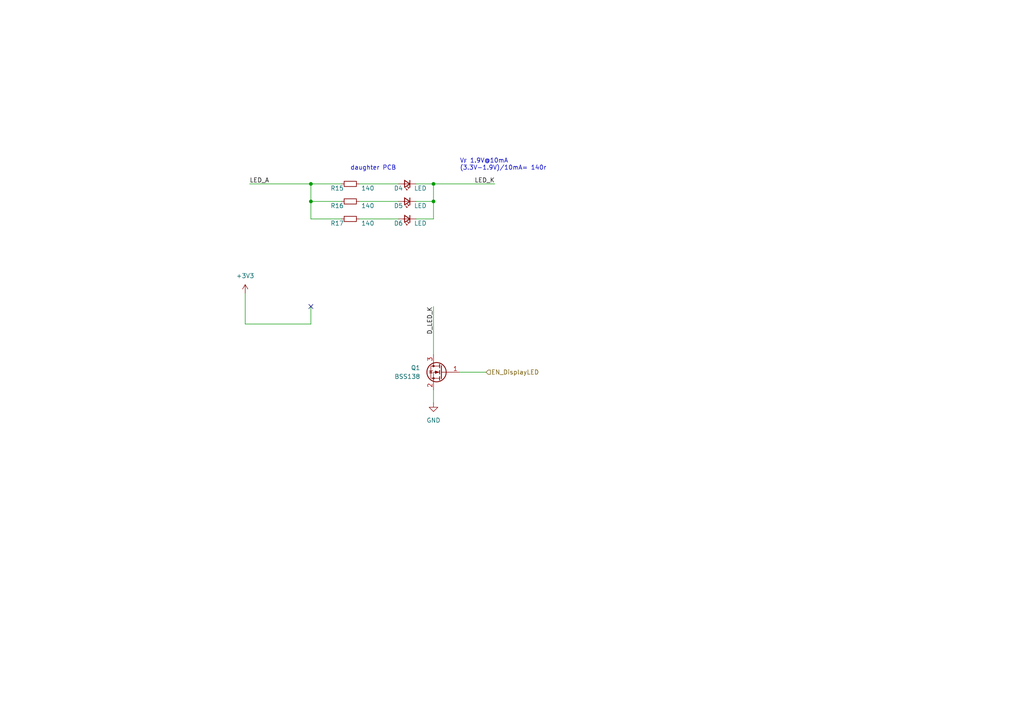
<source format=kicad_sch>
(kicad_sch (version 20230121) (generator eeschema)
  (paper "A4")
  (lib_symbols
    (symbol "Device:LED_Small" (pin_numbers hide) (pin_names (offset 0.254) hide)
      (property "Reference" "D" (at -1.27 3.175 0))
      (property "Value" "LED_Small" (at -4.445 -2.54 0))
      (symbol "LED_Small_0_1"
        (polyline (pts (xy -0.762 -1.016) (xy -0.762 1.016)) (stroke (width 0.254)))
        (polyline (pts (xy 1.016 0) (xy -0.762 0)))
        (polyline (pts (xy 0.762 -1.016) (xy -0.762 0) (xy 0.762 1.016) (xy 0.762 -1.016)) (stroke (width 0.254)))
        (polyline (pts (xy 0 0.762) (xy -0.508 1.27) (xy -0.254 1.27) (xy -0.508 1.27) (xy -0.508 1.016)))
        (polyline (pts (xy 0.508 1.27) (xy 0 1.778) (xy 0.254 1.778) (xy 0 1.778) (xy 0 1.524)))
      )
      (symbol "LED_Small_1_1"
        (pin passive line (at -2.54 0 0) (length 1.778) (name "K") (number "1"))
        (pin passive line (at 2.54 0 180) (length 1.778) (name "A") (number "2"))
      )
    )
    (symbol "Device:R_Small" (pin_numbers hide) (pin_names (offset 0.254) hide)
      (property "Reference" "R" (at 0.762 0.508 0))
      (property "Value" "R_Small" (at 0.762 -1.016 0))
      (symbol "R_Small_0_1"
        (rectangle (start -0.762 1.778) (end 0.762 -1.778) (stroke (width 0.2032)))
      )
      (symbol "R_Small_1_1"
        (pin passive line (at 0 2.54 270) (length 0.762) (name "~") (number "1"))
        (pin passive line (at 0 -2.54 90) (length 0.762) (name "~") (number "2"))
      )
    )
    (symbol "Transistor_FET:BSS138" (pin_names hide)
      (property "Reference" "Q" (at 5.08 1.905 0))
      (property "Value" "BSS138" (at 5.08 0 0))
      (symbol "BSS138_0_1"
        (polyline (pts (xy 0.254 0) (xy -2.54 0)))
        (polyline (pts (xy 0.254 1.905) (xy 0.254 -1.905)) (stroke (width 0.254)))
        (polyline (pts (xy 0.762 -1.27) (xy 0.762 -2.286)) (stroke (width 0.254)))
        (polyline (pts (xy 0.762 0.508) (xy 0.762 -0.508)) (stroke (width 0.254)))
        (polyline (pts (xy 0.762 2.286) (xy 0.762 1.27)) (stroke (width 0.254)))
        (polyline (pts (xy 2.54 2.54) (xy 2.54 1.778)))
        (polyline (pts (xy 2.54 -2.54) (xy 2.54 0) (xy 0.762 0)))
        (polyline (pts (xy 0.762 -1.778) (xy 3.302 -1.778) (xy 3.302 1.778) (xy 0.762 1.778)))
        (polyline (pts (xy 1.016 0) (xy 2.032 0.381) (xy 2.032 -0.381) (xy 1.016 0)) (fill (type outline)))
        (polyline (pts (xy 2.794 0.508) (xy 2.921 0.381) (xy 3.683 0.381) (xy 3.81 0.254)))
        (polyline (pts (xy 3.302 0.381) (xy 2.921 -0.254) (xy 3.683 -0.254) (xy 3.302 0.381)))
        (circle (center 1.651 0) (radius 2.794) (stroke (width 0.254)))
        (circle (center 2.54 -1.778) (radius 0.254) (fill (type outline)))
        (circle (center 2.54 1.778) (radius 0.254) (fill (type outline)))
      )
      (symbol "BSS138_1_1"
        (pin input line (at -5.08 0 0) (length 2.54) (name "G") (number "1"))
        (pin passive line (at 2.54 -5.08 90) (length 2.54) (name "S") (number "2"))
        (pin passive line (at 2.54 5.08 270) (length 2.54) (name "D") (number "3"))
      )
    )
    (symbol "power:+3V3" (power) (pin_names (offset 0))
      (property "Value" "+3V3" (at 0 3.556 0))
      (symbol "+3V3_0_1"
        (polyline (pts (xy -0.762 1.27) (xy 0 2.54)))
        (polyline (pts (xy 0 0) (xy 0 2.54)))
        (polyline (pts (xy 0 2.54) (xy 0.762 1.27)))
      )
      (symbol "+3V3_1_1"
        (pin power_in line (at 0 0 90) (length 0) hide (name "+3V3") (number "1"))
      )
    )
    (symbol "power:GND" (power) (pin_names (offset 0))
      (property "Value" "GND" (at 0 -3.81 0))
      (symbol "GND_0_1"
        (polyline (pts (xy 0 0) (xy 0 -1.27) (xy 1.27 -1.27) (xy 0 -2.54) (xy -1.27 -1.27) (xy 0 -1.27)))
      )
      (symbol "GND_1_1"
        (pin power_in line (at 0 0 270) (length 0) hide (name "GND") (number "1"))
      )
    )
  )
  (junction (at 90.17 53.34))
  (junction (at 125.73 58.42))
  (junction (at 90.17 58.42))
  (junction (at 125.73 53.34))
  (no_connect (at 90.17 88.9))
  (wire (pts (xy 125.73 63.5) (xy 125.73 58.42)))
  (wire (pts (xy 71.12 93.98) (xy 90.17 93.98)))
  (wire (pts (xy 90.17 58.42) (xy 99.06 58.42)))
  (wire (pts (xy 120.65 63.5) (xy 125.73 63.5)))
  (wire (pts (xy 104.14 53.34) (xy 115.57 53.34)))
  (wire (pts (xy 72.39 53.34) (xy 90.17 53.34)))
  (wire (pts (xy 90.17 53.34) (xy 90.17 58.42)))
  (wire (pts (xy 104.14 63.5) (xy 115.57 63.5)))
  (wire (pts (xy 90.17 93.98) (xy 90.17 88.9)))
  (wire (pts (xy 90.17 58.42) (xy 90.17 63.5)))
  (wire (pts (xy 99.06 53.34) (xy 90.17 53.34)))
  (wire (pts (xy 90.17 63.5) (xy 99.06 63.5)))
  (wire (pts (xy 104.14 58.42) (xy 115.57 58.42)))
  (wire (pts (xy 125.73 53.34) (xy 143.51 53.34)))
  (wire (pts (xy 125.73 58.42) (xy 125.73 53.34)))
  (wire (pts (xy 125.73 113.03) (xy 125.73 116.84)))
  (wire (pts (xy 71.12 85.09) (xy 71.12 93.98)))
  (wire (pts (xy 125.73 88.9) (xy 125.73 102.87)))
  (wire (pts (xy 120.65 58.42) (xy 125.73 58.42)))
  (wire (pts (xy 120.65 53.34) (xy 125.73 53.34)))
  (wire (pts (xy 133.35 107.95) (xy 140.97 107.95)))
  (text "V_{F} 1.9V@10mA\n(3.3V-1.9V)/10mA= 140r" (at 133.35 49.53 0) (effects (font (size 1.27 1.27)) (justify left bottom)))
  (text "daughter PCB" (at 101.6 49.53 0) (effects (font (size 1.27 1.27)) (justify left bottom)))
  (label "LED_A" (at 72.39 53.34 0))
  (label "LED_K" (at 143.51 53.34 180))
  (label "D_LED_K" (at 125.73 88.9 270))
  (hierarchical_label "EN_DisplayLED" (shape input) (at 140.97 107.95 0))
  (symbol (lib_id "Device:R_Small") (at 101.6 53.34 90) (unit 1)
    (property "Reference" "R15" (at 97.79 54.61 90))
    (property "Value" "140" (at 106.68 54.61 90))
    (property "Footprint" "Resistor_SMD:R_0603_1608Metric" (effects hide))
    (property "MPN" "RC0603FR-13140RL" (effects hide))
    (property "Mouser" "603-RC0603FR-13140RL" (effects hide))
  )
  (symbol (lib_id "Device:LED_Small") (at 118.11 58.42 180) (unit 1)
    (property "Reference" "D5" (at 115.57 59.69 0))
    (property "Value" "LED" (at 121.92 59.69 0))
    (property "Footprint" "LED_SMD:LED_0603_1608Metric" (effects hide))
    (property "MPN" "TLMG1100-GS15" (effects hide))
    (property "Mouser" "78-TLMG1100-GS15" (effects hide))
  )
  (symbol (lib_id "Device:LED_Small") (at 118.11 63.5 180) (unit 1)
    (property "Reference" "D6" (at 115.57 64.77 0))
    (property "Value" "LED" (at 121.92 64.77 0))
    (property "Footprint" "LED_SMD:LED_0603_1608Metric" (effects hide))
    (property "MPN" "TLMG1100-GS15" (effects hide))
    (property "Mouser" "78-TLMG1100-GS15" (effects hide))
  )
  (symbol (lib_id "Device:R_Small") (at 101.6 58.42 90) (unit 1)
    (property "Reference" "R16" (at 97.79 59.69 90))
    (property "Value" "140" (at 106.68 59.69 90))
    (property "Footprint" "Resistor_SMD:R_0603_1608Metric" (effects hide))
    (property "MPN" "RC0603FR-13140RL" (effects hide))
    (property "Mouser" "603-RC0603FR-13140RL" (effects hide))
  )
  (symbol (lib_id "power:GND") (at 125.73 116.84 0) (unit 1)
    (property "Reference" "#PWR044" (effects hide))
    (property "Value" "GND" (at 125.73 121.92 0))
  )
  (symbol (lib_id "Transistor_FET:BSS138") (at 128.27 107.95 0) (mirror y) (unit 1)
    (property "Reference" "Q1" (at 121.92 106.68 0) (effects (justify left)))
    (property "Value" "BSS138" (at 121.92 109.22 0) (effects (justify left)))
    (property "Footprint" "Package_TO_SOT_SMD:SOT-23" (effects hide))
    (property "Datasheet" "https://www.onsemi.com/pub/Collateral/BSS138-D.PDF" (effects hide))
    (property "MPN" "BSS138" (effects hide))
    (instances (project "gaussCheck" (path "" (reference "Q1") (unit 1)) (path "" (reference "Q3") (unit 1))))
  )
  (symbol (lib_id "Device:R_Small") (at 101.6 63.5 90) (unit 1)
    (property "Reference" "R17" (at 97.79 64.77 90))
    (property "Value" "140" (at 106.68 64.77 90))
    (property "Footprint" "Resistor_SMD:R_0603_1608Metric" (effects hide))
    (property "MPN" "RC0603FR-13140RL" (effects hide))
    (property "Mouser" "603-RC0603FR-13140RL" (effects hide))
  )
  (symbol (lib_id "power:+3V3") (at 71.12 85.09 0) (unit 1)
    (property "Reference" "#PWR045" (effects hide))
    (property "Value" "+3V3" (at 71.12 80.01 0))
  )
  (symbol (lib_id "Device:LED_Small") (at 118.11 53.34 180) (unit 1)
    (property "Reference" "D4" (at 115.57 54.61 0))
    (property "Value" "LED" (at 121.92 54.61 0))
    (property "Footprint" "LED_SMD:LED_0603_1608Metric" (effects hide))
    (property "MPN" "TLMG1100-GS15" (effects hide))
    (property "Mouser" "78-TLMG1100-GS15" (effects hide))
  )
)
</source>
